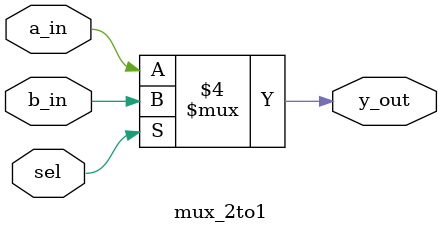
<source format=v>
`timescale 1ns / 1ps


module mux_2to1(
    input a_in,
    input b_in,
    output reg y_out,
    input sel
    );
    
always@*
begin
    if(!sel)
        y_out = a_in;
    else
        y_out = b_in;
end
endmodule

</source>
